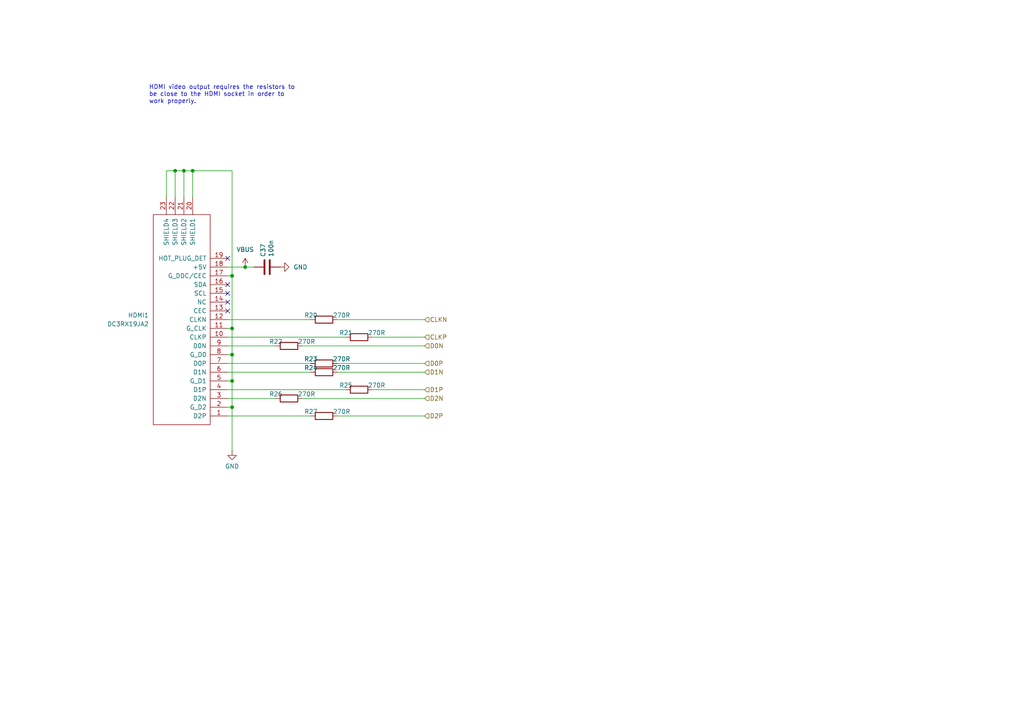
<source format=kicad_sch>
(kicad_sch (version 20250114) (generator "eeschema") (generator_version "9.0")
  (paper "A4")
  (title_block (title "MiniFRANK RM1U") (date "2025-03-04") (rev "1.01") (company "Mikhail Matveev") (comment 1 "https://github.com/xtremespb/frank"))
  (lib_symbols
    (symbol "Device:C" (pin_numbers (hide yes)) (pin_names (offset 0.254))
      (property "Reference" "C" (at 0.635 2.54 0))
      (property "Value" "C" (at 0.635 -2.54 0))
      (symbol "C_0_1"
        (polyline (pts (xy -2.032 0.762) (xy 2.032 0.762)) (stroke (width 0.508)))
        (polyline (pts (xy -2.032 -0.762) (xy 2.032 -0.762)) (stroke (width 0.508)))
      )
      (symbol "C_1_1"
        (pin passive line (at 0 3.81 270) (length 2.794) (name "~") (number "1"))
        (pin passive line (at 0 -3.81 90) (length 2.794) (name "~") (number "2"))
      )
    )
    (symbol "Device:R" (pin_numbers (hide yes)) (pin_names (offset 0))
      (property "Reference" "R" (at 2.032 0 90))
      (property "Value" "R" (at 0 0 90))
      (symbol "R_0_1"
        (rectangle (start -1.016 -2.54) (end 1.016 2.54) (stroke (width 0.254)))
      )
      (symbol "R_1_1"
        (pin passive line (at 0 3.81 270) (length 1.27) (name "~") (number "1"))
        (pin passive line (at 0 -3.81 90) (length 1.27) (name "~") (number "2"))
      )
    )
    (symbol "FRANK:HDMI" (pin_names (offset 1.016))
      (property "Reference" "HDMI1" (at 12.7 -16.5101 0))
      (property "Value" "HDMI" (at 12.7 -13.9701 0))
      (symbol "HDMI_0_1"
        (rectangle (start -5.08 15.24) (end 11.43 -45.72))
      )
      (symbol "HDMI_1_1"
        (pin input line (at -10.16 12.7 0) (length 5.08) (name "D2P") (number "1"))
        (pin input line (at -10.16 10.16 0) (length 5.08) (name "G_D2") (number "2"))
        (pin input line (at -10.16 7.62 0) (length 5.08) (name "D2N") (number "3"))
        (pin input line (at -10.16 5.08 0) (length 5.08) (name "D1P") (number "4"))
        (pin input line (at -10.16 2.54 0) (length 5.08) (name "G_D1") (number "5"))
        (pin input line (at -10.16 0 0) (length 5.08) (name "D1N") (number "6"))
        (pin input line (at -10.16 -2.54 0) (length 5.08) (name "D0P") (number "7"))
        (pin input line (at -10.16 -5.08 0) (length 5.08) (name "G_D0") (number "8"))
        (pin input line (at -10.16 -7.62 0) (length 5.08) (name "D0N") (number "9"))
        (pin input line (at -10.16 -10.16 0) (length 5.08) (name "CLKP") (number "10"))
        (pin input line (at -10.16 -12.7 0) (length 5.08) (name "G_CLK") (number "11"))
        (pin input line (at -10.16 -15.24 0) (length 5.08) (name "CLKN") (number "12"))
        (pin input line (at -10.16 -17.78 0) (length 5.08) (name "CEC") (number "13"))
        (pin input line (at -10.16 -20.32 0) (length 5.08) (name "NC") (number "14"))
        (pin input line (at -10.16 -22.86 0) (length 5.08) (name "SCL") (number "15"))
        (pin input line (at -10.16 -25.4 0) (length 5.08) (name "SDA") (number "16"))
        (pin input line (at -10.16 -27.94 0) (length 5.08) (name "G_DDC/CEC") (number "17"))
        (pin input line (at -10.16 -30.48 0) (length 5.08) (name "+5V") (number "18"))
        (pin input line (at -10.16 -33.02 0) (length 5.08) (name "HOT_PLUG_DET") (number "19"))
        (pin input line (at 0 -50.8 90) (length 5.08) (name "SHIELD1") (number "20"))
        (pin input line (at 2.54 -50.8 90) (length 5.08) (name "SHIELD2") (number "21"))
        (pin input line (at 5.08 -50.8 90) (length 5.08) (name "SHIELD3") (number "22"))
        (pin input line (at 7.62 -50.8 90) (length 5.08) (name "SHIELD4") (number "23"))
      )
    )
    (symbol "GND_1" (power) (pin_numbers (hide yes)) (pin_names (offset 0) (hide yes))
      (property "Value" "GND" (at 0 -3.81 0))
      (symbol "GND_1_0_1"
        (polyline (pts (xy 0 0) (xy 0 -1.27) (xy 1.27 -1.27) (xy 0 -2.54) (xy -1.27 -1.27) (xy 0 -1.27)))
      )
      (symbol "GND_1_1_1"
        (pin power_in line (at 0 0 270) (length 0) (name "~") (number "1"))
      )
    )
    (symbol "power:GND" (power) (pin_numbers (hide yes)) (pin_names (offset 0) (hide yes))
      (property "Value" "GND" (at 0 -3.81 0))
      (symbol "GND_0_1"
        (polyline (pts (xy 0 0) (xy 0 -1.27) (xy 1.27 -1.27) (xy 0 -2.54) (xy -1.27 -1.27) (xy 0 -1.27)))
      )
      (symbol "GND_1_1"
        (pin power_in line (at 0 0 270) (length 0) (name "~") (number "1"))
      )
    )
    (symbol "power:VBUS" (power) (pin_numbers (hide yes)) (pin_names (offset 0) (hide yes))
      (property "Value" "VBUS" (at 0 3.556 0))
      (symbol "VBUS_0_1"
        (polyline (pts (xy -0.762 1.27) (xy 0 2.54)))
        (polyline (pts (xy 0 2.54) (xy 0.762 1.27)))
        (polyline (pts (xy 0 0) (xy 0 2.54)))
      )
      (symbol "VBUS_1_1"
        (pin power_in line (at 0 0 90) (length 0) (name "~") (number "1"))
      )
    )
  )
  (text "HDMI video output requires the resistors to\nbe close to the HDMI socket in order to\nwork properly." (at 43.18 27.432 0) (effects (font (size 1.27 1.27)) (justify left)))
  (junction (at 71.12 77.47))
  (junction (at 67.31 110.49))
  (junction (at 50.8 49.53))
  (junction (at 67.31 80.01))
  (junction (at 67.31 95.25))
  (junction (at 67.31 118.11))
  (junction (at 55.88 49.53))
  (junction (at 67.31 102.87))
  (junction (at 53.34 49.53))
  (no_connect (at 66.04 90.17))
  (no_connect (at 66.04 85.09))
  (no_connect (at 66.04 87.63))
  (no_connect (at 66.04 74.93))
  (no_connect (at 66.04 82.55))
  (wire (pts (xy 66.04 95.25) (xy 67.31 95.25)))
  (wire (pts (xy 67.31 110.49) (xy 67.31 118.11)))
  (wire (pts (xy 66.04 105.41) (xy 90.17 105.41)))
  (wire (pts (xy 87.63 115.57) (xy 123.19 115.57)))
  (wire (pts (xy 66.04 120.65) (xy 90.17 120.65)))
  (wire (pts (xy 66.04 102.87) (xy 67.31 102.87)))
  (wire (pts (xy 67.31 49.53) (xy 55.88 49.53)))
  (wire (pts (xy 53.34 49.53) (xy 53.34 57.15)))
  (wire (pts (xy 87.63 100.33) (xy 123.19 100.33)))
  (wire (pts (xy 55.88 49.53) (xy 53.34 49.53)))
  (wire (pts (xy 107.95 113.03) (xy 123.19 113.03)))
  (wire (pts (xy 67.31 102.87) (xy 67.31 110.49)))
  (wire (pts (xy 67.31 95.25) (xy 67.31 102.87)))
  (wire (pts (xy 97.79 107.95) (xy 123.19 107.95)))
  (wire (pts (xy 50.8 49.53) (xy 50.8 57.15)))
  (wire (pts (xy 66.04 92.71) (xy 90.17 92.71)))
  (wire (pts (xy 66.04 77.47) (xy 71.12 77.47)))
  (wire (pts (xy 66.04 113.03) (xy 100.33 113.03)))
  (wire (pts (xy 66.04 118.11) (xy 67.31 118.11)))
  (wire (pts (xy 67.31 118.11) (xy 67.31 130.81)))
  (wire (pts (xy 97.79 92.71) (xy 123.19 92.71)))
  (wire (pts (xy 97.79 105.41) (xy 123.19 105.41)))
  (wire (pts (xy 67.31 95.25) (xy 67.31 80.01)))
  (wire (pts (xy 50.8 49.53) (xy 48.26 49.53)))
  (wire (pts (xy 66.04 110.49) (xy 67.31 110.49)))
  (wire (pts (xy 66.04 80.01) (xy 67.31 80.01)))
  (wire (pts (xy 66.04 97.79) (xy 100.33 97.79)))
  (wire (pts (xy 67.31 80.01) (xy 67.31 49.53)))
  (wire (pts (xy 71.12 77.47) (xy 73.66 77.47)))
  (wire (pts (xy 107.95 97.79) (xy 123.19 97.79)))
  (wire (pts (xy 66.04 115.57) (xy 80.01 115.57)))
  (wire (pts (xy 53.34 49.53) (xy 50.8 49.53)))
  (wire (pts (xy 66.04 107.95) (xy 90.17 107.95)))
  (wire (pts (xy 48.26 49.53) (xy 48.26 57.15)))
  (wire (pts (xy 55.88 49.53) (xy 55.88 57.15)))
  (wire (pts (xy 97.79 120.65) (xy 123.19 120.65)))
  (wire (pts (xy 66.04 100.33) (xy 80.01 100.33)))
  (hierarchical_label "D2P" (shape input) (at 123.19 120.65 0))
  (hierarchical_label "CLKP" (shape input) (at 123.19 97.79 0))
  (hierarchical_label "D2N" (shape input) (at 123.19 115.57 0))
  (hierarchical_label "CLKN" (shape input) (at 123.19 92.71 0))
  (hierarchical_label "D0P" (shape input) (at 123.19 105.41 0))
  (hierarchical_label "D1P" (shape input) (at 123.19 113.03 0))
  (hierarchical_label "D0N" (shape input) (at 123.19 100.33 0))
  (hierarchical_label "D1N" (shape input) (at 123.19 107.95 0))
  (symbol (lib_id "Device:R") (at 93.98 105.41 90) (unit 1)
    (property "Reference" "R23" (at 90.17 104.14 90))
    (property "Value" "270R" (at 99.06 104.14 90))
    (property "Footprint" "FRANK:Resistor (0805)" (effects (hide yes)))
    (property "Datasheet" "https://www.vishay.com/docs/28952/mcs0402at-mct0603at-mcu0805at-mca1206at.pdf" (effects (hide yes)))
    (property "AliExpress" "https://www.aliexpress.com/item/1005005945735199.html" (effects (hide yes)))
  )
  (symbol (lib_id "Device:R") (at 104.14 113.03 90) (unit 1)
    (property "Reference" "R25" (at 100.33 111.76 90))
    (property "Value" "270R" (at 109.22 111.76 90))
    (property "Footprint" "FRANK:Resistor (0805)" (effects (hide yes)))
    (property "Datasheet" "https://www.vishay.com/docs/28952/mcs0402at-mct0603at-mcu0805at-mca1206at.pdf" (effects (hide yes)))
    (property "AliExpress" "https://www.aliexpress.com/item/1005005945735199.html" (effects (hide yes)))
  )
  (symbol (lib_id "Device:R") (at 93.98 92.71 90) (unit 1)
    (property "Reference" "R20" (at 90.17 91.44 90))
    (property "Value" "270R" (at 99.06 91.44 90))
    (property "Footprint" "FRANK:Resistor (0805)" (effects (hide yes)))
    (property "Datasheet" "https://www.vishay.com/docs/28952/mcs0402at-mct0603at-mcu0805at-mca1206at.pdf" (effects (hide yes)))
    (property "AliExpress" "https://www.aliexpress.com/item/1005005945735199.html" (effects (hide yes)))
  )
  (symbol (lib_id "power:VBUS") (at 71.12 77.47 0) (unit 1)
    (property "Reference" "#PWR048" (effects (hide yes)))
    (property "Value" "VBUS" (at 71.12 72.39 0))
    (property "Description" "Power symbol creates a global label with name \"VBUS\"" (effects (hide yes)))
  )
  (symbol (lib_id "Device:R") (at 93.98 107.95 90) (unit 1)
    (property "Reference" "R24" (at 90.17 106.68 90))
    (property "Value" "270R" (at 99.06 106.68 90))
    (property "Footprint" "FRANK:Resistor (0805)" (effects (hide yes)))
    (property "Datasheet" "https://www.vishay.com/docs/28952/mcs0402at-mct0603at-mcu0805at-mca1206at.pdf" (effects (hide yes)))
    (property "AliExpress" "https://www.aliexpress.com/item/1005005945735199.html" (effects (hide yes)))
  )
  (symbol (lib_id "Device:C") (at 77.47 77.47 90) (unit 1)
    (property "Reference" "C37" (at 76.3016 74.549 0) (effects (justify left)))
    (property "Value" "100n" (at 78.613 74.549 0) (effects (justify left)))
    (property "Footprint" "FRANK:Capacitor (0805)" (effects (hide yes)))
    (property "Datasheet" "https://eu.mouser.com/datasheet/2/40/KGM_X7R-3223212.pdf" (effects (hide yes)))
    (property "AliExpress" "https://www.aliexpress.com/item/33008008276.html" (effects (hide yes)))
  )
  (symbol (lib_id "Device:R") (at 83.82 100.33 90) (unit 1)
    (property "Reference" "R22" (at 80.01 99.06 90))
    (property "Value" "270R" (at 88.9 99.06 90))
    (property "Footprint" "FRANK:Resistor (0805)" (effects (hide yes)))
    (property "Datasheet" "https://www.vishay.com/docs/28952/mcs0402at-mct0603at-mcu0805at-mca1206at.pdf" (effects (hide yes)))
    (property "AliExpress" "https://www.aliexpress.com/item/1005005945735199.html" (effects (hide yes)))
  )
  (symbol (lib_id "power:GND") (at 67.31 130.81 0) (unit 1)
    (property "Reference" "#PWR050" (effects (hide yes)))
    (property "Value" "GND" (at 67.31 135.2534 0))
    (property "Description" "Power symbol creates a global label with name \"GND\" , ground" (effects (hide yes)))
  )
  (symbol (lib_name "GND_1") (lib_id "power:GND") (at 81.28 77.47 90) (unit 1)
    (property "Reference" "#PWR049" (effects (hide yes)))
    (property "Value" "GND" (at 85.09 77.4699 90) (effects (justify right)))
    (property "Description" "Power symbol creates a global label with name \"GND\" , ground" (effects (hide yes)))
  )
  (symbol (lib_id "Device:R") (at 104.14 97.79 90) (unit 1)
    (property "Reference" "R21" (at 100.33 96.52 90))
    (property "Value" "270R" (at 109.22 96.52 90))
    (property "Footprint" "FRANK:Resistor (0805)" (effects (hide yes)))
    (property "Datasheet" "https://www.vishay.com/docs/28952/mcs0402at-mct0603at-mcu0805at-mca1206at.pdf" (effects (hide yes)))
    (property "AliExpress" "https://www.aliexpress.com/item/1005005945735199.html" (effects (hide yes)))
  )
  (symbol (lib_id "FRANK:HDMI") (at 55.88 107.95 180) (unit 1)
    (property "Reference" "HDMI1" (at 43.18 91.4399 0) (effects (justify left)))
    (property "Value" "DC3RX19JA2" (at 43.18 93.9799 0) (effects (justify left)))
    (property "Footprint" "FRANK:HDMI (female)" (effects (hide yes)))
    (property "Datasheet" "https://www.mouser.com/datasheet/2/206/B_0233_2E_DC3-784461.pdf?srsltid=AfmBOopfNOwkdmYR2Zf10LYIa6wS_lfZGGRTVzb0297kvAyc-1zmhqWc" (effects (hide yes)))
    (property "AliExpress" "https://www.aliexpress.com/item/1005005248842433.html" (effects (hide yes)))
  )
  (symbol (lib_id "Device:R") (at 93.98 120.65 90) (unit 1)
    (property "Reference" "R27" (at 90.17 119.38 90))
    (property "Value" "270R" (at 99.06 119.38 90))
    (property "Footprint" "FRANK:Resistor (0805)" (effects (hide yes)))
    (property "Datasheet" "https://www.vishay.com/docs/28952/mcs0402at-mct0603at-mcu0805at-mca1206at.pdf" (effects (hide yes)))
    (property "AliExpress" "https://www.aliexpress.com/item/1005005945735199.html" (effects (hide yes)))
  )
  (symbol (lib_id "Device:R") (at 83.82 115.57 90) (unit 1)
    (property "Reference" "R26" (at 80.01 114.3 90))
    (property "Value" "270R" (at 88.9 114.3 90))
    (property "Footprint" "FRANK:Resistor (0805)" (effects (hide yes)))
    (property "Datasheet" "https://www.vishay.com/docs/28952/mcs0402at-mct0603at-mcu0805at-mca1206at.pdf" (effects (hide yes)))
    (property "AliExpress" "https://www.aliexpress.com/item/1005005945735199.html" (effects (hide yes)))
  )
)
</source>
